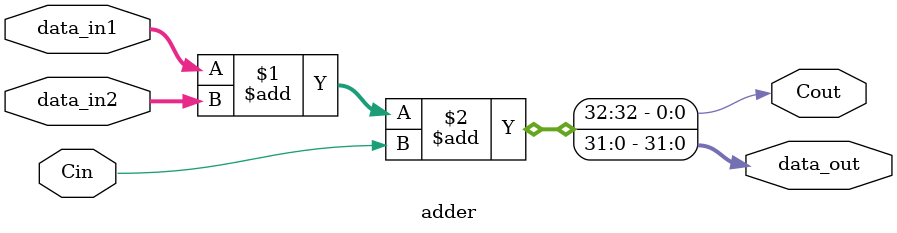
<source format=v>
`timescale 1ns / 1ps

/*
**  UCSD CSE 141L Lab2/3 Implemented Module
** -------------------------------------------------------------------
**  Adder Module for Single-Cycle MIPS Processor for Altera FPGAs
**  Implements a very simple 32bit adder as part of the program counter
**  for the processor project
**	 Date: 7/2/2016
**	 Author: Son Do
*/

module adder(
	input  [31:0] data_in1,
	input  [31:0] data_in2,
	input Cin,
	output [31:0] data_out,
	output Cout
);

	assign {Cout,data_out} = data_in1 + data_in2 + Cin;	
endmodule	
</source>
